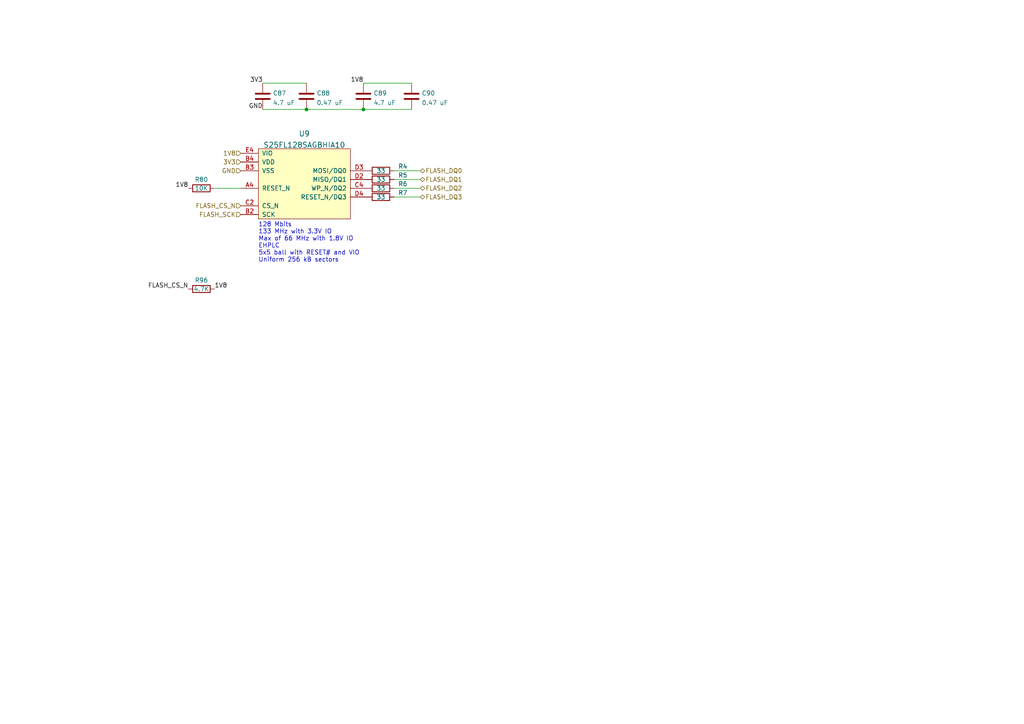
<source format=kicad_sch>
(kicad_sch (version 20211123) (generator eeschema)
  (paper "A4")
  (title_block (title "Digitizer board") (date "2023-02-01") (rev "0.1") (company "A. Zonenberg"))
  (lib_symbols
    (symbol "device:C" (pin_numbers hide) (pin_names (offset 0.254))
      (property "Reference" "C" (at 0.635 2.54 0))
      (property "Value" "C" (at 0.635 -2.54 0))
      (symbol "C_0_1"
        (polyline (pts (xy -2.032 -0.762) (xy 2.032 -0.762)) (stroke (width 0.508)))
        (polyline (pts (xy -2.032 0.762) (xy 2.032 0.762)) (stroke (width 0.508)))
      )
      (symbol "C_1_1"
        (pin passive line (at 0 3.81 270) (length 2.794) (name "~") (number "1"))
        (pin passive line (at 0 -3.81 90) (length 2.794) (name "~") (number "2"))
      )
    )
    (symbol "device:R" (pin_numbers hide) (pin_names (offset 0))
      (property "Reference" "R" (at 2.032 0 90))
      (property "Value" "R" (at 0 0 90))
      (symbol "R_0_1"
        (rectangle (start -1.016 -2.54) (end 1.016 2.54) (stroke (width 0.254)))
      )
      (symbol "R_1_1"
        (pin passive line (at 0 3.81 270) (length 1.27) (name "~") (number "1"))
        (pin passive line (at 0 -3.81 90) (length 1.27) (name "~") (number "2"))
      )
    )
    (symbol "memory-azonenberg:S25FLxxxS_BGA24_5x5_VIO" (pin_names (offset 1.016))
      (property "Reference" "U" (at 0 -1.27 0))
      (property "Value" "S25FLxxxS_BGA24_5x5_VIO" (at 0 -3.81 0))
      (symbol "S25FLxxxS_BGA24_5x5_VIO_0_1"
        (rectangle (start 0 20.32) (end 26.67 0) (fill (type background)))
      )
      (symbol "S25FLxxxS_BGA24_5x5_VIO_1_1"
        (pin input line (at -5.08 8.89 0) (length 5.08) (name "RESET_N") (number "A4"))
        (pin input line (at -5.08 1.27 0) (length 5.08) (name "SCK") (number "B2"))
        (pin power_in line (at -5.08 13.97 0) (length 5.08) (name "VSS") (number "B3"))
        (pin power_in line (at -5.08 16.51 0) (length 5.08) (name "VDD") (number "B4"))
        (pin input line (at -5.08 3.81 0) (length 5.08) (name "CS_N") (number "C2"))
        (pin bidirectional line (at 31.75 8.89 180) (length 5.08) (name "WP_N/DQ2") (number "C4"))
        (pin bidirectional line (at 31.75 11.43 180) (length 5.08) (name "MISO/DQ1") (number "D2"))
        (pin bidirectional line (at 31.75 13.97 180) (length 5.08) (name "MOSI/DQ0") (number "D3"))
        (pin bidirectional line (at 31.75 6.35 180) (length 5.08) (name "RESET_N/DQ3") (number "D4"))
        (pin power_in line (at -5.08 19.05 0) (length 5.08) (name "VIO") (number "E4"))
      )
    )
  )
  (junction (at 88.9 31.75))
  (junction (at 105.41 31.75))
  (wire (pts (xy 114.3 54.61) (xy 121.92 54.61)))
  (wire (pts (xy 105.41 24.13) (xy 119.38 24.13)))
  (wire (pts (xy 114.3 57.15) (xy 121.92 57.15)))
  (wire (pts (xy 105.41 31.75) (xy 119.38 31.75)))
  (wire (pts (xy 76.2 24.13) (xy 88.9 24.13)))
  (wire (pts (xy 88.9 31.75) (xy 105.41 31.75)))
  (wire (pts (xy 76.2 31.75) (xy 88.9 31.75)))
  (wire (pts (xy 114.3 49.53) (xy 121.92 49.53)))
  (wire (pts (xy 114.3 52.07) (xy 121.92 52.07)))
  (wire (pts (xy 62.23 54.61) (xy 69.85 54.61)))
  (text "128 Mbits\n133 MHz with 3.3V IO\nMax of 66 MHz with 1.8V IO\nEHPLC\n5x5 ball with RESET# and VIO\nUniform 256 kB sectors" (at 74.93 76.2 0) (effects (font (size 1.27 1.27)) (justify left bottom)))
  (label "1V8" (at 54.61 54.61 180))
  (label "1V8" (at 105.41 24.13 180))
  (label "GND" (at 76.2 31.75 180))
  (label "FLASH_CS_N" (at 54.61 83.82 180))
  (label "1V8" (at 62.23 83.82 0))
  (label "3V3" (at 76.2 24.13 180))
  (hierarchical_label "FLASH_DQ1" (shape bidirectional) (at 121.92 52.07 0))
  (hierarchical_label "FLASH_DQ2" (shape bidirectional) (at 121.92 54.61 0))
  (hierarchical_label "FLASH_DQ3" (shape bidirectional) (at 121.92 57.15 0))
  (hierarchical_label "FLASH_SCK" (shape input) (at 69.85 62.23 180))
  (hierarchical_label "FLASH_CS_N" (shape input) (at 69.85 59.69 180))
  (hierarchical_label "1V8" (shape input) (at 69.85 44.45 180))
  (hierarchical_label "FLASH_DQ0" (shape bidirectional) (at 121.92 49.53 0))
  (hierarchical_label "GND" (shape input) (at 69.85 49.53 180))
  (hierarchical_label "3V3" (shape input) (at 69.85 46.99 180))
  (symbol (lib_id "device:C") (at 119.38 27.94 0) (unit 1)
    (property "Reference" "C90" (at 122.301 27.0315 0) (effects (justify left)))
    (property "Value" "0.47 uF" (at 122.301 29.8066 0) (effects (justify left)))
    (property "Footprint" "azonenberg_pcb:EIA_0402_CAP_NOSILK" (effects hide))
  )
  (symbol (lib_id "device:R") (at 110.49 57.15 90) (unit 1)
    (property "Reference" "R7" (at 116.84 55.88 90))
    (property "Value" "33" (at 110.49 57.15 90))
    (property "Footprint" "azonenberg_pcb:EIA_0402_RES_NOSILK" (effects hide))
  )
  (symbol (lib_id "device:R") (at 58.42 83.82 90) (unit 1)
    (property "Reference" "R96" (at 58.42 81.28 90))
    (property "Value" "4.7K" (at 58.42 83.82 90))
    (property "Footprint" "azonenberg_pcb:EIA_0402_RES_NOSILK" (effects hide))
  )
  (symbol (lib_id "device:R") (at 58.42 54.61 90) (unit 1)
    (property "Reference" "R80" (at 58.42 52.07 90))
    (property "Value" "10K" (at 58.42 54.61 90))
    (property "Footprint" "azonenberg_pcb:EIA_0402_RES_NOSILK" (effects hide))
  )
  (symbol (lib_id "device:C") (at 88.9 27.94 0) (unit 1)
    (property "Reference" "C88" (at 91.821 27.0315 0) (effects (justify left)))
    (property "Value" "0.47 uF" (at 91.821 29.8066 0) (effects (justify left)))
    (property "Footprint" "azonenberg_pcb:EIA_0402_CAP_NOSILK" (effects hide))
  )
  (symbol (lib_id "device:C") (at 105.41 27.94 0) (unit 1)
    (property "Reference" "C89" (at 108.331 27.0315 0) (effects (justify left)))
    (property "Value" "4.7 uF" (at 108.331 29.8066 0) (effects (justify left)))
    (property "Footprint" "azonenberg_pcb:EIA_0603_CAP_NOSILK" (effects hide))
  )
  (symbol (lib_id "device:R") (at 110.49 54.61 90) (unit 1)
    (property "Reference" "R6" (at 116.84 53.34 90))
    (property "Value" "33" (at 110.49 54.61 90))
    (property "Footprint" "azonenberg_pcb:EIA_0402_RES_NOSILK" (effects hide))
  )
  (symbol (lib_id "device:R") (at 110.49 52.07 90) (unit 1)
    (property "Reference" "R5" (at 116.84 50.8 90))
    (property "Value" "33" (at 110.49 52.07 90))
    (property "Footprint" "azonenberg_pcb:EIA_0402_RES_NOSILK" (effects hide))
  )
  (symbol (lib_id "memory-azonenberg:S25FLxxxS_BGA24_5x5_VIO") (at 74.93 63.5 0) (unit 1)
    (property "Reference" "U9" (at 88.265 38.7761 0) (effects (font (size 1.524 1.524))))
    (property "Value" "S25FL128SAGBHIA10" (at 88.265 42.0551 0) (effects (font (size 1.524 1.524))))
    (property "Footprint" "azonenberg_pcb:BGA_24_6x8_DEPOP1_1MM" (effects hide))
  )
  (symbol (lib_id "device:R") (at 110.49 49.53 90) (unit 1)
    (property "Reference" "R4" (at 116.84 48.26 90))
    (property "Value" "33" (at 110.49 49.53 90))
    (property "Footprint" "azonenberg_pcb:EIA_0402_RES_NOSILK" (effects hide))
  )
  (symbol (lib_id "device:C") (at 76.2 27.94 0) (unit 1)
    (property "Reference" "C87" (at 79.121 27.0315 0) (effects (justify left)))
    (property "Value" "4.7 uF" (at 79.121 29.8066 0) (effects (justify left)))
    (property "Footprint" "azonenberg_pcb:EIA_0603_CAP_NOSILK" (effects hide))
  )
)
</source>
